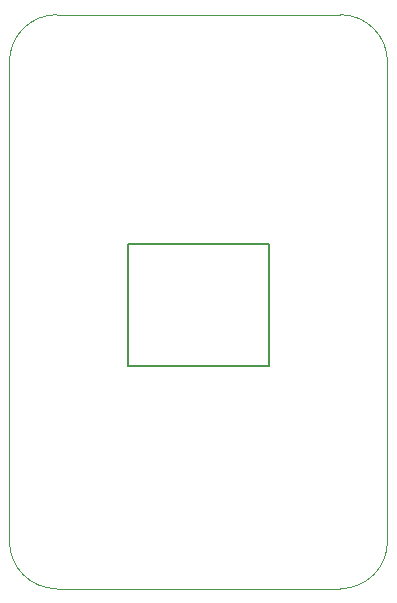
<source format=gko>
G04*
G04 #@! TF.GenerationSoftware,Altium Limited,Altium Designer,20.1.8 (145)*
G04*
G04 Layer_Color=16711935*
%FSLAX25Y25*%
%MOIN*%
G70*
G04*
G04 #@! TF.SameCoordinates,E63724BA-16F5-4366-9E26-62C3D329C696*
G04*
G04*
G04 #@! TF.FilePolarity,Positive*
G04*
G01*
G75*
%ADD11C,0.00500*%
%ADD33C,0.00000*%
D11*
X-23622Y30709D02*
X-4331D01*
X-0Y-9843D02*
X23622D01*
X23622D02*
Y30709D01*
X-4331D02*
X23622D01*
X-23622Y-9843D02*
Y30709D01*
X-23622Y-9843D02*
X-0D01*
D33*
X47252Y-84055D02*
G03*
X63000Y-68307I0J15748D01*
G01*
Y91536D02*
G03*
X47252Y107283I-15748J0D01*
G01*
X-47252D02*
G03*
X-63000Y91536I0J-15748D01*
G01*
Y-68307D02*
G03*
X-47252Y-84055I15748J0D01*
G01*
X0Y107283D02*
X47252D01*
X0Y-84055D02*
X47252D01*
X63000Y-68307D02*
X63000Y91536D01*
X-63000Y-68307D02*
X-63000Y91536D01*
X-47252Y-84055D02*
X0D01*
X-47252Y107283D02*
X0D01*
M02*

</source>
